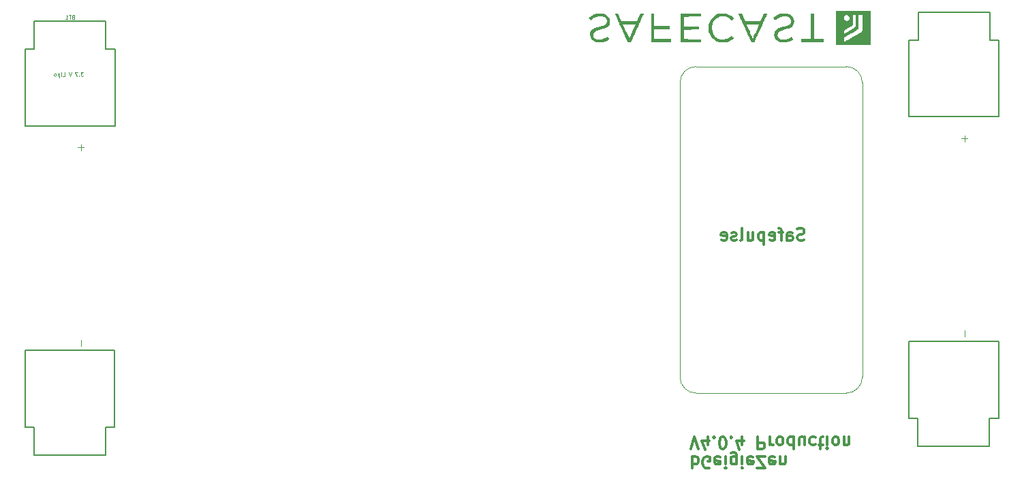
<source format=gbr>
%TF.GenerationSoftware,KiCad,Pcbnew,8.99.0-unknown-05b2b3c26e~178~ubuntu22.04.1*%
%TF.CreationDate,2024-05-07T20:45:26+09:00*%
%TF.ProjectId,bGeigieZen V4.x.x dual batteries 18500,62476569-6769-4655-9a65-6e2056342e78,V4.0.4*%
%TF.SameCoordinates,Original*%
%TF.FileFunction,Legend,Bot*%
%TF.FilePolarity,Positive*%
%FSLAX46Y46*%
G04 Gerber Fmt 4.6, Leading zero omitted, Abs format (unit mm)*
G04 Created by KiCad (PCBNEW 8.99.0-unknown-05b2b3c26e~178~ubuntu22.04.1) date 2024-05-07 20:45:26*
%MOMM*%
%LPD*%
G01*
G04 APERTURE LIST*
%ADD10C,0.120000*%
%ADD11C,0.300000*%
%ADD12C,0.050000*%
%ADD13C,0.203200*%
%ADD14C,0.000000*%
%ADD15R,1.700000X1.700000*%
%ADD16O,1.700000X1.700000*%
%ADD17C,5.000000*%
%ADD18C,2.743200*%
G04 APERTURE END LIST*
D10*
X79492200Y-7246900D02*
G75*
G02*
X81492200Y-5246900I2000000J0D01*
G01*
X102149000Y-7246900D02*
X102149000Y-43836100D01*
X100149000Y-45836100D02*
X81492200Y-45836100D01*
X100149000Y-5246900D02*
G75*
G02*
X102149000Y-7246900I0J-2000000D01*
G01*
X102149000Y-43836100D02*
G75*
G02*
X100149000Y-45836100I-2000000J0D01*
G01*
X81492200Y-5246900D02*
X100149000Y-5246900D01*
X79492200Y-43836100D02*
X79492200Y-7246900D01*
X81492200Y-45836100D02*
G75*
G02*
X79492200Y-43836100I0J2000000D01*
G01*
D11*
X94932370Y-26783400D02*
X94718085Y-26854828D01*
X94718085Y-26854828D02*
X94360942Y-26854828D01*
X94360942Y-26854828D02*
X94218085Y-26783400D01*
X94218085Y-26783400D02*
X94146656Y-26711971D01*
X94146656Y-26711971D02*
X94075227Y-26569114D01*
X94075227Y-26569114D02*
X94075227Y-26426257D01*
X94075227Y-26426257D02*
X94146656Y-26283400D01*
X94146656Y-26283400D02*
X94218085Y-26211971D01*
X94218085Y-26211971D02*
X94360942Y-26140542D01*
X94360942Y-26140542D02*
X94646656Y-26069114D01*
X94646656Y-26069114D02*
X94789513Y-25997685D01*
X94789513Y-25997685D02*
X94860942Y-25926257D01*
X94860942Y-25926257D02*
X94932370Y-25783400D01*
X94932370Y-25783400D02*
X94932370Y-25640542D01*
X94932370Y-25640542D02*
X94860942Y-25497685D01*
X94860942Y-25497685D02*
X94789513Y-25426257D01*
X94789513Y-25426257D02*
X94646656Y-25354828D01*
X94646656Y-25354828D02*
X94289513Y-25354828D01*
X94289513Y-25354828D02*
X94075227Y-25426257D01*
X92789514Y-26854828D02*
X92789514Y-26069114D01*
X92789514Y-26069114D02*
X92860942Y-25926257D01*
X92860942Y-25926257D02*
X93003799Y-25854828D01*
X93003799Y-25854828D02*
X93289514Y-25854828D01*
X93289514Y-25854828D02*
X93432371Y-25926257D01*
X92789514Y-26783400D02*
X92932371Y-26854828D01*
X92932371Y-26854828D02*
X93289514Y-26854828D01*
X93289514Y-26854828D02*
X93432371Y-26783400D01*
X93432371Y-26783400D02*
X93503799Y-26640542D01*
X93503799Y-26640542D02*
X93503799Y-26497685D01*
X93503799Y-26497685D02*
X93432371Y-26354828D01*
X93432371Y-26354828D02*
X93289514Y-26283400D01*
X93289514Y-26283400D02*
X92932371Y-26283400D01*
X92932371Y-26283400D02*
X92789514Y-26211971D01*
X92289513Y-25854828D02*
X91718085Y-25854828D01*
X92075228Y-26854828D02*
X92075228Y-25569114D01*
X92075228Y-25569114D02*
X92003799Y-25426257D01*
X92003799Y-25426257D02*
X91860942Y-25354828D01*
X91860942Y-25354828D02*
X91718085Y-25354828D01*
X90646656Y-26783400D02*
X90789513Y-26854828D01*
X90789513Y-26854828D02*
X91075228Y-26854828D01*
X91075228Y-26854828D02*
X91218085Y-26783400D01*
X91218085Y-26783400D02*
X91289513Y-26640542D01*
X91289513Y-26640542D02*
X91289513Y-26069114D01*
X91289513Y-26069114D02*
X91218085Y-25926257D01*
X91218085Y-25926257D02*
X91075228Y-25854828D01*
X91075228Y-25854828D02*
X90789513Y-25854828D01*
X90789513Y-25854828D02*
X90646656Y-25926257D01*
X90646656Y-25926257D02*
X90575228Y-26069114D01*
X90575228Y-26069114D02*
X90575228Y-26211971D01*
X90575228Y-26211971D02*
X91289513Y-26354828D01*
X89932371Y-25854828D02*
X89932371Y-27354828D01*
X89932371Y-25926257D02*
X89789514Y-25854828D01*
X89789514Y-25854828D02*
X89503799Y-25854828D01*
X89503799Y-25854828D02*
X89360942Y-25926257D01*
X89360942Y-25926257D02*
X89289514Y-25997685D01*
X89289514Y-25997685D02*
X89218085Y-26140542D01*
X89218085Y-26140542D02*
X89218085Y-26569114D01*
X89218085Y-26569114D02*
X89289514Y-26711971D01*
X89289514Y-26711971D02*
X89360942Y-26783400D01*
X89360942Y-26783400D02*
X89503799Y-26854828D01*
X89503799Y-26854828D02*
X89789514Y-26854828D01*
X89789514Y-26854828D02*
X89932371Y-26783400D01*
X87932371Y-25854828D02*
X87932371Y-26854828D01*
X88575228Y-25854828D02*
X88575228Y-26640542D01*
X88575228Y-26640542D02*
X88503799Y-26783400D01*
X88503799Y-26783400D02*
X88360942Y-26854828D01*
X88360942Y-26854828D02*
X88146656Y-26854828D01*
X88146656Y-26854828D02*
X88003799Y-26783400D01*
X88003799Y-26783400D02*
X87932371Y-26711971D01*
X87003799Y-26854828D02*
X87146656Y-26783400D01*
X87146656Y-26783400D02*
X87218085Y-26640542D01*
X87218085Y-26640542D02*
X87218085Y-25354828D01*
X86503799Y-26783400D02*
X86360942Y-26854828D01*
X86360942Y-26854828D02*
X86075228Y-26854828D01*
X86075228Y-26854828D02*
X85932371Y-26783400D01*
X85932371Y-26783400D02*
X85860942Y-26640542D01*
X85860942Y-26640542D02*
X85860942Y-26569114D01*
X85860942Y-26569114D02*
X85932371Y-26426257D01*
X85932371Y-26426257D02*
X86075228Y-26354828D01*
X86075228Y-26354828D02*
X86289514Y-26354828D01*
X86289514Y-26354828D02*
X86432371Y-26283400D01*
X86432371Y-26283400D02*
X86503799Y-26140542D01*
X86503799Y-26140542D02*
X86503799Y-26069114D01*
X86503799Y-26069114D02*
X86432371Y-25926257D01*
X86432371Y-25926257D02*
X86289514Y-25854828D01*
X86289514Y-25854828D02*
X86075228Y-25854828D01*
X86075228Y-25854828D02*
X85932371Y-25926257D01*
X84646656Y-26783400D02*
X84789513Y-26854828D01*
X84789513Y-26854828D02*
X85075228Y-26854828D01*
X85075228Y-26854828D02*
X85218085Y-26783400D01*
X85218085Y-26783400D02*
X85289513Y-26640542D01*
X85289513Y-26640542D02*
X85289513Y-26069114D01*
X85289513Y-26069114D02*
X85218085Y-25926257D01*
X85218085Y-25926257D02*
X85075228Y-25854828D01*
X85075228Y-25854828D02*
X84789513Y-25854828D01*
X84789513Y-25854828D02*
X84646656Y-25926257D01*
X84646656Y-25926257D02*
X84575228Y-26069114D01*
X84575228Y-26069114D02*
X84575228Y-26211971D01*
X84575228Y-26211971D02*
X85289513Y-26354828D01*
X81011910Y-53680429D02*
X81011910Y-55180429D01*
X81011910Y-54609000D02*
X81154768Y-54680429D01*
X81154768Y-54680429D02*
X81440482Y-54680429D01*
X81440482Y-54680429D02*
X81583339Y-54609000D01*
X81583339Y-54609000D02*
X81654768Y-54537572D01*
X81654768Y-54537572D02*
X81726196Y-54394715D01*
X81726196Y-54394715D02*
X81726196Y-53966143D01*
X81726196Y-53966143D02*
X81654768Y-53823286D01*
X81654768Y-53823286D02*
X81583339Y-53751858D01*
X81583339Y-53751858D02*
X81440482Y-53680429D01*
X81440482Y-53680429D02*
X81154768Y-53680429D01*
X81154768Y-53680429D02*
X81011910Y-53751858D01*
X83154768Y-55109000D02*
X83011911Y-55180429D01*
X83011911Y-55180429D02*
X82797625Y-55180429D01*
X82797625Y-55180429D02*
X82583339Y-55109000D01*
X82583339Y-55109000D02*
X82440482Y-54966143D01*
X82440482Y-54966143D02*
X82369053Y-54823286D01*
X82369053Y-54823286D02*
X82297625Y-54537572D01*
X82297625Y-54537572D02*
X82297625Y-54323286D01*
X82297625Y-54323286D02*
X82369053Y-54037572D01*
X82369053Y-54037572D02*
X82440482Y-53894715D01*
X82440482Y-53894715D02*
X82583339Y-53751858D01*
X82583339Y-53751858D02*
X82797625Y-53680429D01*
X82797625Y-53680429D02*
X82940482Y-53680429D01*
X82940482Y-53680429D02*
X83154768Y-53751858D01*
X83154768Y-53751858D02*
X83226196Y-53823286D01*
X83226196Y-53823286D02*
X83226196Y-54323286D01*
X83226196Y-54323286D02*
X82940482Y-54323286D01*
X84440482Y-53751858D02*
X84297625Y-53680429D01*
X84297625Y-53680429D02*
X84011911Y-53680429D01*
X84011911Y-53680429D02*
X83869053Y-53751858D01*
X83869053Y-53751858D02*
X83797625Y-53894715D01*
X83797625Y-53894715D02*
X83797625Y-54466143D01*
X83797625Y-54466143D02*
X83869053Y-54609000D01*
X83869053Y-54609000D02*
X84011911Y-54680429D01*
X84011911Y-54680429D02*
X84297625Y-54680429D01*
X84297625Y-54680429D02*
X84440482Y-54609000D01*
X84440482Y-54609000D02*
X84511911Y-54466143D01*
X84511911Y-54466143D02*
X84511911Y-54323286D01*
X84511911Y-54323286D02*
X83797625Y-54180429D01*
X85154767Y-53680429D02*
X85154767Y-54680429D01*
X85154767Y-55180429D02*
X85083339Y-55109000D01*
X85083339Y-55109000D02*
X85154767Y-55037572D01*
X85154767Y-55037572D02*
X85226196Y-55109000D01*
X85226196Y-55109000D02*
X85154767Y-55180429D01*
X85154767Y-55180429D02*
X85154767Y-55037572D01*
X86511911Y-54680429D02*
X86511911Y-53466143D01*
X86511911Y-53466143D02*
X86440482Y-53323286D01*
X86440482Y-53323286D02*
X86369053Y-53251858D01*
X86369053Y-53251858D02*
X86226196Y-53180429D01*
X86226196Y-53180429D02*
X86011911Y-53180429D01*
X86011911Y-53180429D02*
X85869053Y-53251858D01*
X86511911Y-53751858D02*
X86369053Y-53680429D01*
X86369053Y-53680429D02*
X86083339Y-53680429D01*
X86083339Y-53680429D02*
X85940482Y-53751858D01*
X85940482Y-53751858D02*
X85869053Y-53823286D01*
X85869053Y-53823286D02*
X85797625Y-53966143D01*
X85797625Y-53966143D02*
X85797625Y-54394715D01*
X85797625Y-54394715D02*
X85869053Y-54537572D01*
X85869053Y-54537572D02*
X85940482Y-54609000D01*
X85940482Y-54609000D02*
X86083339Y-54680429D01*
X86083339Y-54680429D02*
X86369053Y-54680429D01*
X86369053Y-54680429D02*
X86511911Y-54609000D01*
X87226196Y-53680429D02*
X87226196Y-54680429D01*
X87226196Y-55180429D02*
X87154768Y-55109000D01*
X87154768Y-55109000D02*
X87226196Y-55037572D01*
X87226196Y-55037572D02*
X87297625Y-55109000D01*
X87297625Y-55109000D02*
X87226196Y-55180429D01*
X87226196Y-55180429D02*
X87226196Y-55037572D01*
X88511911Y-53751858D02*
X88369054Y-53680429D01*
X88369054Y-53680429D02*
X88083340Y-53680429D01*
X88083340Y-53680429D02*
X87940482Y-53751858D01*
X87940482Y-53751858D02*
X87869054Y-53894715D01*
X87869054Y-53894715D02*
X87869054Y-54466143D01*
X87869054Y-54466143D02*
X87940482Y-54609000D01*
X87940482Y-54609000D02*
X88083340Y-54680429D01*
X88083340Y-54680429D02*
X88369054Y-54680429D01*
X88369054Y-54680429D02*
X88511911Y-54609000D01*
X88511911Y-54609000D02*
X88583340Y-54466143D01*
X88583340Y-54466143D02*
X88583340Y-54323286D01*
X88583340Y-54323286D02*
X87869054Y-54180429D01*
X89083339Y-55180429D02*
X90083339Y-55180429D01*
X90083339Y-55180429D02*
X89083339Y-53680429D01*
X89083339Y-53680429D02*
X90083339Y-53680429D01*
X91226196Y-53751858D02*
X91083339Y-53680429D01*
X91083339Y-53680429D02*
X90797625Y-53680429D01*
X90797625Y-53680429D02*
X90654767Y-53751858D01*
X90654767Y-53751858D02*
X90583339Y-53894715D01*
X90583339Y-53894715D02*
X90583339Y-54466143D01*
X90583339Y-54466143D02*
X90654767Y-54609000D01*
X90654767Y-54609000D02*
X90797625Y-54680429D01*
X90797625Y-54680429D02*
X91083339Y-54680429D01*
X91083339Y-54680429D02*
X91226196Y-54609000D01*
X91226196Y-54609000D02*
X91297625Y-54466143D01*
X91297625Y-54466143D02*
X91297625Y-54323286D01*
X91297625Y-54323286D02*
X90583339Y-54180429D01*
X91940481Y-54680429D02*
X91940481Y-53680429D01*
X91940481Y-54537572D02*
X92011910Y-54609000D01*
X92011910Y-54609000D02*
X92154767Y-54680429D01*
X92154767Y-54680429D02*
X92369053Y-54680429D01*
X92369053Y-54680429D02*
X92511910Y-54609000D01*
X92511910Y-54609000D02*
X92583339Y-54466143D01*
X92583339Y-54466143D02*
X92583339Y-53680429D01*
X80797625Y-52765513D02*
X81297625Y-51265513D01*
X81297625Y-51265513D02*
X81797625Y-52765513D01*
X82940482Y-52265513D02*
X82940482Y-51265513D01*
X82583339Y-52836942D02*
X82226196Y-51765513D01*
X82226196Y-51765513D02*
X83154767Y-51765513D01*
X83726195Y-51408370D02*
X83797624Y-51336942D01*
X83797624Y-51336942D02*
X83726195Y-51265513D01*
X83726195Y-51265513D02*
X83654767Y-51336942D01*
X83654767Y-51336942D02*
X83726195Y-51408370D01*
X83726195Y-51408370D02*
X83726195Y-51265513D01*
X84726196Y-52765513D02*
X84869053Y-52765513D01*
X84869053Y-52765513D02*
X85011910Y-52694084D01*
X85011910Y-52694084D02*
X85083339Y-52622656D01*
X85083339Y-52622656D02*
X85154767Y-52479799D01*
X85154767Y-52479799D02*
X85226196Y-52194084D01*
X85226196Y-52194084D02*
X85226196Y-51836942D01*
X85226196Y-51836942D02*
X85154767Y-51551227D01*
X85154767Y-51551227D02*
X85083339Y-51408370D01*
X85083339Y-51408370D02*
X85011910Y-51336942D01*
X85011910Y-51336942D02*
X84869053Y-51265513D01*
X84869053Y-51265513D02*
X84726196Y-51265513D01*
X84726196Y-51265513D02*
X84583339Y-51336942D01*
X84583339Y-51336942D02*
X84511910Y-51408370D01*
X84511910Y-51408370D02*
X84440481Y-51551227D01*
X84440481Y-51551227D02*
X84369053Y-51836942D01*
X84369053Y-51836942D02*
X84369053Y-52194084D01*
X84369053Y-52194084D02*
X84440481Y-52479799D01*
X84440481Y-52479799D02*
X84511910Y-52622656D01*
X84511910Y-52622656D02*
X84583339Y-52694084D01*
X84583339Y-52694084D02*
X84726196Y-52765513D01*
X85869052Y-51408370D02*
X85940481Y-51336942D01*
X85940481Y-51336942D02*
X85869052Y-51265513D01*
X85869052Y-51265513D02*
X85797624Y-51336942D01*
X85797624Y-51336942D02*
X85869052Y-51408370D01*
X85869052Y-51408370D02*
X85869052Y-51265513D01*
X87226196Y-52265513D02*
X87226196Y-51265513D01*
X86869053Y-52836942D02*
X86511910Y-51765513D01*
X86511910Y-51765513D02*
X87440481Y-51765513D01*
X89154766Y-51265513D02*
X89154766Y-52765513D01*
X89154766Y-52765513D02*
X89726195Y-52765513D01*
X89726195Y-52765513D02*
X89869052Y-52694084D01*
X89869052Y-52694084D02*
X89940481Y-52622656D01*
X89940481Y-52622656D02*
X90011909Y-52479799D01*
X90011909Y-52479799D02*
X90011909Y-52265513D01*
X90011909Y-52265513D02*
X89940481Y-52122656D01*
X89940481Y-52122656D02*
X89869052Y-52051227D01*
X89869052Y-52051227D02*
X89726195Y-51979799D01*
X89726195Y-51979799D02*
X89154766Y-51979799D01*
X90654766Y-51265513D02*
X90654766Y-52265513D01*
X90654766Y-51979799D02*
X90726195Y-52122656D01*
X90726195Y-52122656D02*
X90797624Y-52194084D01*
X90797624Y-52194084D02*
X90940481Y-52265513D01*
X90940481Y-52265513D02*
X91083338Y-52265513D01*
X91797623Y-51265513D02*
X91654766Y-51336942D01*
X91654766Y-51336942D02*
X91583337Y-51408370D01*
X91583337Y-51408370D02*
X91511909Y-51551227D01*
X91511909Y-51551227D02*
X91511909Y-51979799D01*
X91511909Y-51979799D02*
X91583337Y-52122656D01*
X91583337Y-52122656D02*
X91654766Y-52194084D01*
X91654766Y-52194084D02*
X91797623Y-52265513D01*
X91797623Y-52265513D02*
X92011909Y-52265513D01*
X92011909Y-52265513D02*
X92154766Y-52194084D01*
X92154766Y-52194084D02*
X92226195Y-52122656D01*
X92226195Y-52122656D02*
X92297623Y-51979799D01*
X92297623Y-51979799D02*
X92297623Y-51551227D01*
X92297623Y-51551227D02*
X92226195Y-51408370D01*
X92226195Y-51408370D02*
X92154766Y-51336942D01*
X92154766Y-51336942D02*
X92011909Y-51265513D01*
X92011909Y-51265513D02*
X91797623Y-51265513D01*
X93583338Y-51265513D02*
X93583338Y-52765513D01*
X93583338Y-51336942D02*
X93440480Y-51265513D01*
X93440480Y-51265513D02*
X93154766Y-51265513D01*
X93154766Y-51265513D02*
X93011909Y-51336942D01*
X93011909Y-51336942D02*
X92940480Y-51408370D01*
X92940480Y-51408370D02*
X92869052Y-51551227D01*
X92869052Y-51551227D02*
X92869052Y-51979799D01*
X92869052Y-51979799D02*
X92940480Y-52122656D01*
X92940480Y-52122656D02*
X93011909Y-52194084D01*
X93011909Y-52194084D02*
X93154766Y-52265513D01*
X93154766Y-52265513D02*
X93440480Y-52265513D01*
X93440480Y-52265513D02*
X93583338Y-52194084D01*
X94940481Y-52265513D02*
X94940481Y-51265513D01*
X94297623Y-52265513D02*
X94297623Y-51479799D01*
X94297623Y-51479799D02*
X94369052Y-51336942D01*
X94369052Y-51336942D02*
X94511909Y-51265513D01*
X94511909Y-51265513D02*
X94726195Y-51265513D01*
X94726195Y-51265513D02*
X94869052Y-51336942D01*
X94869052Y-51336942D02*
X94940481Y-51408370D01*
X96297624Y-51336942D02*
X96154766Y-51265513D01*
X96154766Y-51265513D02*
X95869052Y-51265513D01*
X95869052Y-51265513D02*
X95726195Y-51336942D01*
X95726195Y-51336942D02*
X95654766Y-51408370D01*
X95654766Y-51408370D02*
X95583338Y-51551227D01*
X95583338Y-51551227D02*
X95583338Y-51979799D01*
X95583338Y-51979799D02*
X95654766Y-52122656D01*
X95654766Y-52122656D02*
X95726195Y-52194084D01*
X95726195Y-52194084D02*
X95869052Y-52265513D01*
X95869052Y-52265513D02*
X96154766Y-52265513D01*
X96154766Y-52265513D02*
X96297624Y-52194084D01*
X96726195Y-52265513D02*
X97297623Y-52265513D01*
X96940480Y-52765513D02*
X96940480Y-51479799D01*
X96940480Y-51479799D02*
X97011909Y-51336942D01*
X97011909Y-51336942D02*
X97154766Y-51265513D01*
X97154766Y-51265513D02*
X97297623Y-51265513D01*
X97797623Y-51265513D02*
X97797623Y-52265513D01*
X97797623Y-52765513D02*
X97726195Y-52694084D01*
X97726195Y-52694084D02*
X97797623Y-52622656D01*
X97797623Y-52622656D02*
X97869052Y-52694084D01*
X97869052Y-52694084D02*
X97797623Y-52765513D01*
X97797623Y-52765513D02*
X97797623Y-52622656D01*
X98726195Y-51265513D02*
X98583338Y-51336942D01*
X98583338Y-51336942D02*
X98511909Y-51408370D01*
X98511909Y-51408370D02*
X98440481Y-51551227D01*
X98440481Y-51551227D02*
X98440481Y-51979799D01*
X98440481Y-51979799D02*
X98511909Y-52122656D01*
X98511909Y-52122656D02*
X98583338Y-52194084D01*
X98583338Y-52194084D02*
X98726195Y-52265513D01*
X98726195Y-52265513D02*
X98940481Y-52265513D01*
X98940481Y-52265513D02*
X99083338Y-52194084D01*
X99083338Y-52194084D02*
X99154767Y-52122656D01*
X99154767Y-52122656D02*
X99226195Y-51979799D01*
X99226195Y-51979799D02*
X99226195Y-51551227D01*
X99226195Y-51551227D02*
X99154767Y-51408370D01*
X99154767Y-51408370D02*
X99083338Y-51336942D01*
X99083338Y-51336942D02*
X98940481Y-51265513D01*
X98940481Y-51265513D02*
X98726195Y-51265513D01*
X99869052Y-52265513D02*
X99869052Y-51265513D01*
X99869052Y-52122656D02*
X99940481Y-52194084D01*
X99940481Y-52194084D02*
X100083338Y-52265513D01*
X100083338Y-52265513D02*
X100297624Y-52265513D01*
X100297624Y-52265513D02*
X100440481Y-52194084D01*
X100440481Y-52194084D02*
X100511910Y-52051227D01*
X100511910Y-52051227D02*
X100511910Y-51265513D01*
D12*
X114867255Y-38067048D02*
X114867255Y-38828953D01*
X114867255Y-13802348D02*
X114867255Y-14564253D01*
X115248208Y-14183300D02*
X114486303Y-14183300D01*
X4065742Y902472D02*
X3997170Y879615D01*
X3997170Y879615D02*
X3974313Y856758D01*
X3974313Y856758D02*
X3951456Y811043D01*
X3951456Y811043D02*
X3951456Y742472D01*
X3951456Y742472D02*
X3974313Y696758D01*
X3974313Y696758D02*
X3997170Y673900D01*
X3997170Y673900D02*
X4042885Y651043D01*
X4042885Y651043D02*
X4225742Y651043D01*
X4225742Y651043D02*
X4225742Y1131043D01*
X4225742Y1131043D02*
X4065742Y1131043D01*
X4065742Y1131043D02*
X4020028Y1108186D01*
X4020028Y1108186D02*
X3997170Y1085329D01*
X3997170Y1085329D02*
X3974313Y1039615D01*
X3974313Y1039615D02*
X3974313Y993900D01*
X3974313Y993900D02*
X3997170Y948186D01*
X3997170Y948186D02*
X4020028Y925329D01*
X4020028Y925329D02*
X4065742Y902472D01*
X4065742Y902472D02*
X4225742Y902472D01*
X3814313Y1131043D02*
X3540028Y1131043D01*
X3677170Y651043D02*
X3677170Y1131043D01*
X3128599Y651043D02*
X3402885Y651043D01*
X3265742Y651043D02*
X3265742Y1131043D01*
X3265742Y1131043D02*
X3311456Y1062472D01*
X3311456Y1062472D02*
X3357171Y1016758D01*
X3357171Y1016758D02*
X3402885Y993900D01*
X5322885Y-5955557D02*
X5025742Y-5955557D01*
X5025742Y-5955557D02*
X5185742Y-6138414D01*
X5185742Y-6138414D02*
X5117171Y-6138414D01*
X5117171Y-6138414D02*
X5071457Y-6161271D01*
X5071457Y-6161271D02*
X5048599Y-6184128D01*
X5048599Y-6184128D02*
X5025742Y-6229842D01*
X5025742Y-6229842D02*
X5025742Y-6344128D01*
X5025742Y-6344128D02*
X5048599Y-6389842D01*
X5048599Y-6389842D02*
X5071457Y-6412700D01*
X5071457Y-6412700D02*
X5117171Y-6435557D01*
X5117171Y-6435557D02*
X5254314Y-6435557D01*
X5254314Y-6435557D02*
X5300028Y-6412700D01*
X5300028Y-6412700D02*
X5322885Y-6389842D01*
X4820028Y-6389842D02*
X4797171Y-6412700D01*
X4797171Y-6412700D02*
X4820028Y-6435557D01*
X4820028Y-6435557D02*
X4842885Y-6412700D01*
X4842885Y-6412700D02*
X4820028Y-6389842D01*
X4820028Y-6389842D02*
X4820028Y-6435557D01*
X4637171Y-5955557D02*
X4317171Y-5955557D01*
X4317171Y-5955557D02*
X4522885Y-6435557D01*
X3837171Y-5955557D02*
X3677171Y-6435557D01*
X3677171Y-6435557D02*
X3517171Y-5955557D01*
X2762885Y-6435557D02*
X2991457Y-6435557D01*
X2991457Y-6435557D02*
X2991457Y-5955557D01*
X2602886Y-6435557D02*
X2602886Y-6115557D01*
X2602886Y-5955557D02*
X2625743Y-5978414D01*
X2625743Y-5978414D02*
X2602886Y-6001271D01*
X2602886Y-6001271D02*
X2580029Y-5978414D01*
X2580029Y-5978414D02*
X2602886Y-5955557D01*
X2602886Y-5955557D02*
X2602886Y-6001271D01*
X2374315Y-6115557D02*
X2374315Y-6595557D01*
X2374315Y-6138414D02*
X2328601Y-6115557D01*
X2328601Y-6115557D02*
X2237172Y-6115557D01*
X2237172Y-6115557D02*
X2191458Y-6138414D01*
X2191458Y-6138414D02*
X2168601Y-6161271D01*
X2168601Y-6161271D02*
X2145743Y-6206985D01*
X2145743Y-6206985D02*
X2145743Y-6344128D01*
X2145743Y-6344128D02*
X2168601Y-6389842D01*
X2168601Y-6389842D02*
X2191458Y-6412700D01*
X2191458Y-6412700D02*
X2237172Y-6435557D01*
X2237172Y-6435557D02*
X2328601Y-6435557D01*
X2328601Y-6435557D02*
X2374315Y-6412700D01*
X1871457Y-6435557D02*
X1917172Y-6412700D01*
X1917172Y-6412700D02*
X1940029Y-6389842D01*
X1940029Y-6389842D02*
X1962886Y-6344128D01*
X1962886Y-6344128D02*
X1962886Y-6206985D01*
X1962886Y-6206985D02*
X1940029Y-6161271D01*
X1940029Y-6161271D02*
X1917172Y-6138414D01*
X1917172Y-6138414D02*
X1871457Y-6115557D01*
X1871457Y-6115557D02*
X1802886Y-6115557D01*
X1802886Y-6115557D02*
X1757172Y-6138414D01*
X1757172Y-6138414D02*
X1734315Y-6161271D01*
X1734315Y-6161271D02*
X1711457Y-6206985D01*
X1711457Y-6206985D02*
X1711457Y-6344128D01*
X1711457Y-6344128D02*
X1734315Y-6389842D01*
X1734315Y-6389842D02*
X1757172Y-6412700D01*
X1757172Y-6412700D02*
X1802886Y-6435557D01*
X1802886Y-6435557D02*
X1871457Y-6435557D01*
X5037666Y-14928348D02*
X5037666Y-15690253D01*
X5418619Y-15309300D02*
X4656714Y-15309300D01*
X5037666Y-39193048D02*
X5037666Y-39954953D01*
D13*
%TO.C,BT2*%
X107945589Y-39395500D02*
X119070789Y-39395500D01*
X107945589Y-48930500D02*
X107945589Y-39395500D01*
X107965589Y-1960300D02*
X109083189Y-1960300D01*
X107965589Y-11495300D02*
X107965589Y-1960300D01*
X109063189Y-48930500D02*
X107945589Y-48930500D01*
X109063189Y-52410300D02*
X109063189Y-48930500D01*
X109083189Y1519500D02*
X117973189Y1519500D01*
X109083189Y-1960300D02*
X109083189Y1519500D01*
X117953189Y-48930500D02*
X117953189Y-52410300D01*
X117953189Y-52410300D02*
X109063189Y-52410300D01*
X117973189Y1519500D02*
X117973189Y-1960300D01*
X117973189Y-1960300D02*
X119090789Y-1960300D01*
X119070789Y-39395500D02*
X119070789Y-48930500D01*
X119070789Y-48930500D02*
X117953189Y-48930500D01*
X119090789Y-1960300D02*
X119090789Y-11495300D01*
X119090789Y-11495300D02*
X107965589Y-11495300D01*
%TO.C,BT1*%
X-1884000Y-40521500D02*
X9241200Y-40521500D01*
X-1884000Y-50056500D02*
X-1884000Y-40521500D01*
X-1864000Y-3086300D02*
X-746400Y-3086300D01*
X-1864000Y-12621300D02*
X-1864000Y-3086300D01*
X-766400Y-50056500D02*
X-1884000Y-50056500D01*
X-766400Y-53536300D02*
X-766400Y-50056500D01*
X-746400Y393500D02*
X8143600Y393500D01*
X-746400Y-3086300D02*
X-746400Y393500D01*
X8123600Y-50056500D02*
X8123600Y-53536300D01*
X8123600Y-53536300D02*
X-766400Y-53536300D01*
X8143600Y393500D02*
X8143600Y-3086300D01*
X8143600Y-3086300D02*
X9261200Y-3086300D01*
X9241200Y-40521500D02*
X9241200Y-50056500D01*
X9241200Y-50056500D02*
X8123600Y-50056500D01*
X9261200Y-3086300D02*
X9261200Y-12621300D01*
X9261200Y-12621300D02*
X-1864000Y-12621300D01*
D14*
%TO.C,G back*%
G36*
X76294189Y-232829D02*
G01*
X78205160Y-232829D01*
X78205160Y-591136D01*
X76294189Y-591136D01*
X76294189Y-1825305D01*
X78404220Y-1825305D01*
X78404220Y-2223424D01*
X75896069Y-2223424D01*
X75896069Y1319836D01*
X76294189Y1319836D01*
X76294189Y-232829D01*
G37*
G36*
X82146540Y962808D02*
G01*
X81061665Y952216D01*
X79976790Y941623D01*
X79965804Y335201D01*
X79954818Y-271220D01*
X81887762Y-292546D01*
X81887762Y-650854D01*
X79954764Y-672180D01*
X79965777Y-1258696D01*
X79976790Y-1845211D01*
X81041759Y-1855814D01*
X82106728Y-1866418D01*
X82106728Y-2223424D01*
X79558765Y-2223424D01*
X79558765Y1319836D01*
X82146540Y1319836D01*
X82146540Y962808D01*
G37*
G36*
X96160333Y-1823176D02*
G01*
X96747559Y-1834194D01*
X97334784Y-1845211D01*
X97334784Y-2203518D01*
X94567856Y-2224456D01*
X94567856Y-1825305D01*
X95722402Y-1825305D01*
X95722402Y-279276D01*
X95722437Y-199687D01*
X95723389Y138716D01*
X95725532Y449996D01*
X95728718Y725402D01*
X95732800Y956185D01*
X95737630Y1133595D01*
X95743060Y1248882D01*
X95748943Y1293295D01*
X95767837Y1301856D01*
X95849970Y1314757D01*
X95967909Y1319836D01*
X96160333Y1319836D01*
X96160333Y-1823176D01*
G37*
G36*
X85133784Y1335044D02*
G01*
X85361952Y1286006D01*
X85418814Y1266525D01*
X85609847Y1181974D01*
X85806724Y1072033D01*
X85982129Y952974D01*
X86108750Y841071D01*
X86138737Y806372D01*
X86157688Y762089D01*
X86132400Y712756D01*
X86056520Y633072D01*
X85930291Y506842D01*
X85819998Y594878D01*
X85777367Y628159D01*
X85461353Y828894D01*
X85143357Y950706D01*
X84824480Y993430D01*
X84505824Y956898D01*
X84188487Y840945D01*
X84056148Y765353D01*
X83824576Y569778D01*
X83644677Y326903D01*
X83519561Y48079D01*
X83452342Y-255342D01*
X83446129Y-572009D01*
X83504034Y-890568D01*
X83629170Y-1199670D01*
X83636000Y-1212394D01*
X83794878Y-1447437D01*
X83995050Y-1631475D01*
X84254754Y-1781468D01*
X84361887Y-1827446D01*
X84484906Y-1863081D01*
X84625266Y-1879999D01*
X84813938Y-1883872D01*
X84923850Y-1880607D01*
X85228767Y-1832752D01*
X85496724Y-1723206D01*
X85744132Y-1546010D01*
X85894360Y-1414108D01*
X86037828Y-1557576D01*
X86074473Y-1594953D01*
X86131537Y-1665950D01*
X86144389Y-1725440D01*
X86107206Y-1786857D01*
X86014166Y-1863636D01*
X85859448Y-1969213D01*
X85817291Y-1996615D01*
X85575781Y-2127703D01*
X85330208Y-2210511D01*
X85057433Y-2250910D01*
X84734314Y-2254775D01*
X84565200Y-2247351D01*
X84412258Y-2233527D01*
X84291015Y-2209115D01*
X84175239Y-2168507D01*
X84038701Y-2106096D01*
X83949865Y-2060195D01*
X83644690Y-1847317D01*
X83392005Y-1575203D01*
X83194479Y-1246572D01*
X83186013Y-1228668D01*
X83115091Y-1066099D01*
X83071280Y-926297D01*
X83046268Y-775143D01*
X83031742Y-578515D01*
X83028767Y-404549D01*
X83071103Y-14461D01*
X83180761Y338264D01*
X83354916Y649250D01*
X83590747Y914124D01*
X83885431Y1128510D01*
X84236145Y1288036D01*
X84360499Y1321222D01*
X84602704Y1352707D01*
X84870584Y1357296D01*
X85133784Y1335044D01*
G37*
G36*
X74883742Y1316125D02*
G01*
X74956914Y1300394D01*
X74968800Y1270071D01*
X74964978Y1260772D01*
X74926607Y1172045D01*
X74861631Y1025705D01*
X74774012Y830430D01*
X74667715Y594895D01*
X74546701Y327778D01*
X74414934Y37754D01*
X74276377Y-266499D01*
X74134992Y-576305D01*
X73994744Y-882987D01*
X73859594Y-1177870D01*
X73733506Y-1452275D01*
X73620443Y-1697527D01*
X73524368Y-1904949D01*
X73449243Y-2065865D01*
X73399033Y-2171598D01*
X73377699Y-2213471D01*
X73368666Y-2222465D01*
X73289026Y-2253050D01*
X73176914Y-2261746D01*
X73068674Y-2248553D01*
X73000647Y-2213471D01*
X72996182Y-2205517D01*
X72963468Y-2138156D01*
X72903404Y-2010246D01*
X72819941Y-1830447D01*
X72717029Y-1607419D01*
X72598619Y-1349823D01*
X72468662Y-1066321D01*
X72331110Y-765572D01*
X72189912Y-456238D01*
X72049021Y-146978D01*
X71979449Y6043D01*
X72396684Y6043D01*
X72451406Y-123346D01*
X72455504Y-132943D01*
X72494050Y-220977D01*
X72558237Y-365751D01*
X72642172Y-554042D01*
X72739963Y-772626D01*
X72845719Y-1008280D01*
X73185310Y-1763826D01*
X73272900Y-1565647D01*
X73304926Y-1493414D01*
X73370095Y-1346895D01*
X73454737Y-1156906D01*
X73551464Y-940027D01*
X73652887Y-712842D01*
X73738512Y-519731D01*
X73821186Y-330157D01*
X73886668Y-176561D01*
X73929766Y-71138D01*
X73945286Y-26086D01*
X73944676Y-24808D01*
X73897836Y-15039D01*
X73784962Y-6568D01*
X73618138Y104D01*
X73409451Y4475D01*
X73170985Y6043D01*
X72396684Y6043D01*
X71979449Y6043D01*
X71912386Y153545D01*
X71783959Y436673D01*
X71667690Y693743D01*
X71567531Y916095D01*
X71487432Y1095068D01*
X71431344Y1222003D01*
X71403218Y1288237D01*
X71415781Y1301767D01*
X71486813Y1312809D01*
X71601330Y1312104D01*
X71813453Y1299930D01*
X72225913Y384256D01*
X73178949Y373609D01*
X74131986Y362963D01*
X74341466Y841399D01*
X74550946Y1319836D01*
X74769930Y1319836D01*
X74883742Y1316125D01*
G37*
G36*
X69945760Y1327026D02*
G01*
X70213903Y1241744D01*
X70440770Y1110614D01*
X70618249Y937576D01*
X70738230Y726573D01*
X70792598Y481549D01*
X70798925Y329108D01*
X70782711Y125437D01*
X70729160Y-36157D01*
X70633473Y-175484D01*
X70542723Y-267780D01*
X70400275Y-374690D01*
X70222556Y-466699D01*
X69994881Y-551058D01*
X69702562Y-635016D01*
X69432620Y-709505D01*
X69183712Y-791020D01*
X68998456Y-872000D01*
X68868658Y-958075D01*
X68786125Y-1054874D01*
X68742661Y-1168028D01*
X68730074Y-1303166D01*
X68760618Y-1514885D01*
X68852641Y-1678333D01*
X69007010Y-1793775D01*
X69224593Y-1861859D01*
X69506258Y-1883233D01*
X69654946Y-1876595D01*
X69891378Y-1833933D01*
X70121884Y-1744317D01*
X70372911Y-1599077D01*
X70407145Y-1577084D01*
X70467299Y-1550414D01*
X70514562Y-1571130D01*
X70580492Y-1646432D01*
X70596002Y-1666038D01*
X70654759Y-1754403D01*
X70679277Y-1816229D01*
X70678784Y-1821752D01*
X70637503Y-1877864D01*
X70542301Y-1951850D01*
X70410624Y-2032843D01*
X70259914Y-2109974D01*
X70107617Y-2172377D01*
X70042664Y-2192238D01*
X69821711Y-2232640D01*
X69571495Y-2248322D01*
X69318396Y-2239742D01*
X69088797Y-2207355D01*
X68909079Y-2151619D01*
X68878739Y-2137240D01*
X68633589Y-1981700D01*
X68458438Y-1788253D01*
X68353320Y-1556950D01*
X68318273Y-1287844D01*
X68318286Y-1281520D01*
X68338370Y-1063408D01*
X68400830Y-877583D01*
X68511872Y-718892D01*
X68677701Y-582188D01*
X68904524Y-462320D01*
X69198547Y-354139D01*
X69565975Y-252493D01*
X69647334Y-231938D01*
X69881772Y-163793D01*
X70056075Y-94748D01*
X70185056Y-18085D01*
X70283530Y72914D01*
X70310237Y105999D01*
X70389568Y272365D01*
X70400411Y450577D01*
X70346876Y625186D01*
X70233069Y780747D01*
X70063099Y901811D01*
X70021450Y921132D01*
X69906763Y957004D01*
X69763307Y975013D01*
X69565975Y979061D01*
X69358473Y966999D01*
X69101006Y912071D01*
X68852489Y805024D01*
X68588654Y637373D01*
X68409655Y508825D01*
X68174499Y782375D01*
X68320349Y912495D01*
X68383614Y964486D01*
X68598635Y1102390D01*
X68848944Y1220676D01*
X69102082Y1303123D01*
X69318097Y1344271D01*
X69644455Y1362516D01*
X69945760Y1327026D01*
G37*
G36*
X92676991Y1339103D02*
G01*
X92900172Y1310206D01*
X93072380Y1260735D01*
X93137440Y1230575D01*
X93375528Y1073055D01*
X93549330Y871269D01*
X93655825Y629641D01*
X93691994Y352597D01*
X93691793Y328052D01*
X93661573Y89291D01*
X93574561Y-106077D01*
X93422940Y-276323D01*
X93354510Y-331742D01*
X93214524Y-419986D01*
X93040263Y-498740D01*
X92816794Y-574297D01*
X92529188Y-652948D01*
X92370187Y-694866D01*
X92106624Y-776180D01*
X91909754Y-859074D01*
X91771206Y-949812D01*
X91682608Y-1054653D01*
X91635588Y-1179861D01*
X91621775Y-1331698D01*
X91622335Y-1384077D01*
X91634750Y-1500442D01*
X91674030Y-1585800D01*
X91754014Y-1676207D01*
X91843396Y-1751419D01*
X92053898Y-1855576D01*
X92299098Y-1900917D01*
X92566331Y-1887375D01*
X92842931Y-1814883D01*
X93116233Y-1683375D01*
X93231982Y-1615701D01*
X93323958Y-1565841D01*
X93368369Y-1546894D01*
X93377451Y-1551246D01*
X93424196Y-1600223D01*
X93487997Y-1686066D01*
X93488478Y-1686772D01*
X93539831Y-1775186D01*
X93549516Y-1844292D01*
X93509568Y-1906559D01*
X93412026Y-1974458D01*
X93248925Y-2060459D01*
X92986584Y-2169058D01*
X92634780Y-2245777D01*
X92255873Y-2252528D01*
X92037628Y-2221730D01*
X91765461Y-2130831D01*
X91538738Y-1990976D01*
X91364124Y-1809635D01*
X91248284Y-1594276D01*
X91197886Y-1352369D01*
X91219594Y-1091382D01*
X91258678Y-962035D01*
X91361564Y-777834D01*
X91518795Y-621021D01*
X91736536Y-487233D01*
X92020950Y-372106D01*
X92378201Y-271277D01*
X92437066Y-256912D01*
X92720395Y-178851D01*
X92934880Y-99573D01*
X93089464Y-12908D01*
X93193090Y87312D01*
X93254700Y207257D01*
X93283236Y353098D01*
X93288000Y450966D01*
X93268496Y568669D01*
X93207321Y682845D01*
X93108392Y799875D01*
X92949900Y903936D01*
X92743583Y962859D01*
X92477731Y981435D01*
X92260018Y971533D01*
X92050903Y933723D01*
X91849632Y860282D01*
X91635626Y743549D01*
X91388307Y575863D01*
X91350111Y549469D01*
X91301228Y533121D01*
X91253625Y562165D01*
X91181941Y645110D01*
X91136577Y701542D01*
X91096938Y764889D01*
X91101098Y809532D01*
X91144443Y862185D01*
X91194038Y908758D01*
X91346054Y1018036D01*
X91537669Y1127084D01*
X91743219Y1222075D01*
X91937038Y1289183D01*
X91962788Y1295812D01*
X92182181Y1332560D01*
X92428955Y1346772D01*
X92676991Y1339103D01*
G37*
G36*
X86966839Y1312141D02*
G01*
X87179208Y1299930D01*
X87588146Y384256D01*
X88517344Y373552D01*
X88595428Y372756D01*
X88883265Y371868D01*
X89124317Y374490D01*
X89310387Y380389D01*
X89433275Y389332D01*
X89484779Y401085D01*
X89513014Y446780D01*
X89566241Y551132D01*
X89635845Y697412D01*
X89714001Y869626D01*
X89904986Y1299930D01*
X90130034Y1311979D01*
X90226305Y1314017D01*
X90311810Y1307327D01*
X90338075Y1292073D01*
X90320114Y1253259D01*
X90272558Y1148584D01*
X90198795Y985509D01*
X90102100Y771294D01*
X89985746Y513198D01*
X89853007Y218478D01*
X89707159Y-105605D01*
X89551475Y-451794D01*
X89402915Y-781606D01*
X89255086Y-1108441D01*
X89119520Y-1406791D01*
X88999593Y-1669290D01*
X88898683Y-1888574D01*
X88820166Y-2057275D01*
X88767419Y-2168030D01*
X88743819Y-2213471D01*
X88734736Y-2222698D01*
X88655752Y-2253130D01*
X88543932Y-2261737D01*
X88435383Y-2248517D01*
X88366212Y-2213471D01*
X88364219Y-2210290D01*
X88336149Y-2153905D01*
X88280087Y-2035506D01*
X88199997Y-1863776D01*
X88099841Y-1647393D01*
X87983581Y-1395040D01*
X87855179Y-1115395D01*
X87718598Y-817140D01*
X87577800Y-508956D01*
X87436748Y-199522D01*
X87356840Y-23816D01*
X87770668Y-23816D01*
X87778445Y-40537D01*
X87814754Y-120974D01*
X87875915Y-257507D01*
X87957195Y-439538D01*
X88053857Y-656470D01*
X88161166Y-897705D01*
X88227062Y-1044664D01*
X88328805Y-1266206D01*
X88417881Y-1453619D01*
X88489522Y-1597180D01*
X88538960Y-1687164D01*
X88561425Y-1713849D01*
X88568671Y-1701644D01*
X88604414Y-1628520D01*
X88663344Y-1501482D01*
X88739860Y-1333173D01*
X88828357Y-1136241D01*
X88923234Y-923328D01*
X89018887Y-707080D01*
X89109712Y-500143D01*
X89190108Y-315161D01*
X89254470Y-164780D01*
X89297197Y-61643D01*
X89312684Y-18397D01*
X89311924Y-17314D01*
X89264037Y-9914D01*
X89150249Y-3500D01*
X88982613Y1549D01*
X88773180Y4856D01*
X88534002Y6043D01*
X88496831Y6009D01*
X88262776Y4150D01*
X88061395Y-222D01*
X87904426Y-6646D01*
X87803605Y-14664D01*
X87770668Y-23816D01*
X87356840Y-23816D01*
X87299403Y102481D01*
X87169727Y388371D01*
X87051685Y649470D01*
X86949237Y877095D01*
X86866345Y1062567D01*
X86806973Y1197206D01*
X86775083Y1272329D01*
X86781497Y1302228D01*
X86841155Y1314782D01*
X86966839Y1312141D01*
G37*
G36*
X103207041Y-2541919D02*
G01*
X98907355Y-2541919D01*
X98907355Y-2052189D01*
X99868011Y-2052189D01*
X99871553Y-2147318D01*
X99880857Y-2183612D01*
X99888727Y-2180412D01*
X99953072Y-2146821D01*
X100074468Y-2080502D01*
X100244309Y-1986246D01*
X100453987Y-1868845D01*
X100694894Y-1733092D01*
X100958421Y-1583776D01*
X101159155Y-1468971D01*
X101463183Y-1291391D01*
X101711280Y-1141294D01*
X101899767Y-1020987D01*
X102024960Y-932777D01*
X102083178Y-878970D01*
X102090762Y-866696D01*
X102111022Y-821596D01*
X102126333Y-758701D01*
X102137363Y-667706D01*
X102144780Y-538308D01*
X102149250Y-360204D01*
X102151443Y-123088D01*
X102152026Y183341D01*
X102152026Y1140682D01*
X101923107Y1152622D01*
X101694189Y1164562D01*
X101692778Y336478D01*
X101692589Y265438D01*
X101689777Y-29820D01*
X101683477Y-254843D01*
X101673239Y-417359D01*
X101658615Y-525094D01*
X101639156Y-585773D01*
X101633984Y-593267D01*
X101567819Y-651477D01*
X101438639Y-742002D01*
X101252627Y-860865D01*
X101015968Y-1004084D01*
X100734845Y-1167681D01*
X99882747Y-1655422D01*
X99870975Y-1919517D01*
X99868011Y-2052189D01*
X98907355Y-2052189D01*
X98907355Y-1198527D01*
X99858325Y-1198527D01*
X100029784Y-1098694D01*
X100052039Y-1085792D01*
X100166530Y-1020113D01*
X100326958Y-928719D01*
X100515193Y-821923D01*
X100713105Y-710037D01*
X100774424Y-675482D01*
X100966224Y-565536D01*
X101108846Y-472903D01*
X101209345Y-383736D01*
X101274775Y-284185D01*
X101312192Y-160404D01*
X101328650Y1457D01*
X101331204Y215245D01*
X101326909Y494808D01*
X101315975Y1140682D01*
X101146775Y1152924D01*
X100977574Y1165167D01*
X100976987Y575652D01*
X100975467Y396948D01*
X100966838Y152097D01*
X100950712Y-17113D01*
X100927222Y-108855D01*
X100926337Y-110490D01*
X100868459Y-170380D01*
X100750906Y-258450D01*
X100584584Y-367125D01*
X100380395Y-488826D01*
X99882747Y-773806D01*
X99870536Y-986166D01*
X99858325Y-1198527D01*
X98907355Y-1198527D01*
X98907355Y830168D01*
X99878000Y830168D01*
X99888659Y679477D01*
X99957136Y554483D01*
X100069874Y468497D01*
X100213314Y434833D01*
X100373899Y466803D01*
X100417737Y488949D01*
X100526655Y593774D01*
X100578003Y731147D01*
X100567253Y879565D01*
X100489878Y1017528D01*
X100397783Y1094166D01*
X100300772Y1138529D01*
X100269750Y1143067D01*
X100123870Y1121949D01*
X99992082Y1044581D01*
X99904955Y927276D01*
X99878000Y830168D01*
X98907355Y830168D01*
X98907355Y1638331D01*
X103207041Y1638331D01*
X103207041Y-2541919D01*
G37*
%TD*%
%LPC*%
D15*
%TO.C,J1*%
X55196300Y-43451400D03*
D16*
X55196300Y-45991400D03*
X52656300Y-43451400D03*
X52656300Y-45991400D03*
X50116300Y-43451400D03*
X50116300Y-45991400D03*
X47576300Y-43451400D03*
X47576300Y-45991400D03*
X45036300Y-43451400D03*
X45036300Y-45991400D03*
X42496300Y-43451400D03*
X42496300Y-45991400D03*
X39956300Y-43451400D03*
X39956300Y-45991400D03*
X37416300Y-43451400D03*
X37416300Y-45991400D03*
X34876300Y-43451400D03*
X34876300Y-45991400D03*
X32336300Y-43451400D03*
X32336300Y-45991400D03*
X29796300Y-43451400D03*
X29796300Y-45991400D03*
X27256300Y-43451400D03*
X27256300Y-45991400D03*
X24716300Y-43451400D03*
X24716300Y-45991400D03*
X22176300Y-43451400D03*
X22176300Y-45991400D03*
X19636300Y-43451400D03*
X19636300Y-45991400D03*
%TD*%
D15*
%TO.C,J3*%
X66832300Y-27679100D03*
D16*
X66832300Y-25139100D03*
X66832300Y-22599100D03*
X66832300Y-20059100D03*
X66832300Y-17519100D03*
X66832300Y-14979100D03*
%TD*%
D17*
%TO.C,H4*%
X15351700Y-4874400D03*
%TD*%
D15*
%TO.C,J5*%
X98944400Y-43727300D03*
D16*
X96404400Y-43727300D03*
%TD*%
D15*
%TO.C,J4*%
X82489400Y-13781300D03*
D16*
X82489400Y-11241300D03*
X82489400Y-8701300D03*
%TD*%
D15*
%TO.C,J2*%
X116674200Y-23514500D03*
D16*
X116674200Y-26054500D03*
X116674200Y-28594500D03*
%TD*%
D17*
%TO.C,H6*%
X15481300Y-48604400D03*
%TD*%
D18*
%TO.C,BT2*%
X113528189Y-2097300D03*
X113508189Y-48793500D03*
X110968189Y-42045500D03*
X116048189Y-42045500D03*
X110988189Y-8845300D03*
X116068189Y-8845300D03*
%TD*%
%TO.C,BT1*%
X3698600Y-3223300D03*
X3678600Y-49919500D03*
X1138600Y-43171500D03*
X6218600Y-43171500D03*
X1158600Y-9971300D03*
X6238600Y-9971300D03*
%TD*%
%LPD*%
M02*

</source>
